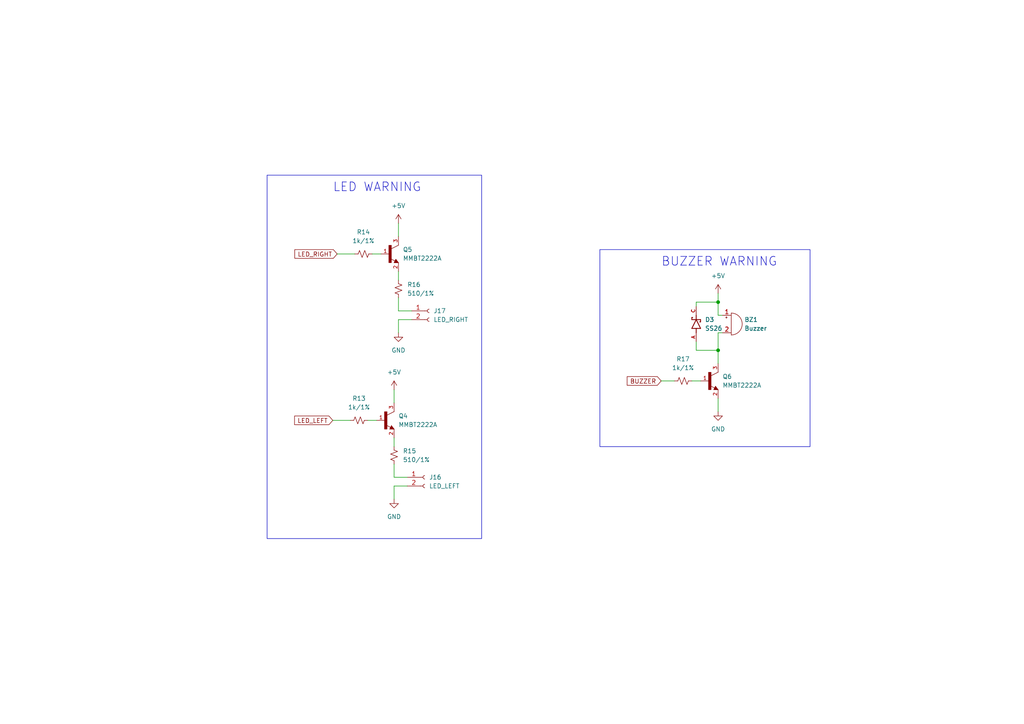
<source format=kicad_sch>
(kicad_sch (version 20230121) (generator eeschema)
  (paper "A4")
  (title_block (title "LED-BUZZER") (date "2024-01-30"))
  (lib_symbols
    (symbol "Connector:Conn_01x02_Socket" (pin_names (offset 1.016) hide)
      (property "Reference" "J" (at 0 2.54 0))
      (property "Value" "Conn_01x02_Socket" (at 0 -5.08 0))
      (symbol "Conn_01x02_Socket_1_1"
        (arc (start 0 -2.032) (mid -0.5058 -2.54) (end 0 -3.048) (stroke (width 0.1524)))
        (polyline (pts (xy -1.27 -2.54) (xy -0.508 -2.54)) (stroke (width 0.1524)))
        (polyline (pts (xy -1.27 0) (xy -0.508 0)) (stroke (width 0.1524)))
        (arc (start 0 0.508) (mid -0.5058 0) (end 0 -0.508) (stroke (width 0.1524)))
        (pin passive line (at -5.08 0 0) (length 3.81) (name "Pin_1") (number "1"))
        (pin passive line (at -5.08 -2.54 0) (length 3.81) (name "Pin_2") (number "2"))
      )
    )
    (symbol "Device:Buzzer" (pin_names (offset 0.0254) hide)
      (property "Reference" "BZ" (at 3.81 1.27 0))
      (property "Value" "Buzzer" (at 3.81 -1.27 0))
      (symbol "Buzzer_0_1"
        (arc (start 0 -3.175) (mid 3.1612 0) (end 0 3.175))
        (polyline (pts (xy -1.651 1.905) (xy -1.143 1.905)))
        (polyline (pts (xy -1.397 2.159) (xy -1.397 1.651)))
        (polyline (pts (xy 0 3.175) (xy 0 -3.175)))
      )
      (symbol "Buzzer_1_1"
        (pin passive line (at -2.54 2.54 0) (length 2.54) (name "-") (number "1"))
        (pin passive line (at -2.54 -2.54 0) (length 2.54) (name "+") (number "2"))
      )
    )
    (symbol "Device:R_Small_US" (pin_numbers hide) (pin_names (offset 0.254) hide)
      (property "Reference" "R" (at 0.762 0.508 0))
      (property "Value" "R_Small_US" (at 0.762 -1.016 0))
      (symbol "R_Small_US_1_1"
        (polyline (pts (xy 0 0) (xy 1.016 -0.381) (xy 0 -0.762) (xy -1.016 -1.143) (xy 0 -1.524)))
        (polyline (pts (xy 0 1.524) (xy 1.016 1.143) (xy 0 0.762) (xy -1.016 0.381) (xy 0 0)))
        (pin passive line (at 0 2.54 270) (length 1.016) (name "~") (number "1"))
        (pin passive line (at 0 -2.54 90) (length 1.016) (name "~") (number "2"))
      )
    )
    (symbol "MMBT2222A:MMBT2222A" (pin_names (offset 1.016))
      (property "Reference" "Q" (at -10.1729 7.6297 0))
      (property "Value" "MMBT2222A" (at -10.1683 5.0841 0))
      (symbol "MMBT2222A_0_0"
        (rectangle (start -0.2545 -2.5449) (end 0.508 2.54) (stroke (width 0.1)) (fill (type outline)))
        (polyline (pts (xy 1.27 -2.54) (xy 1.778 -1.524)) (stroke (width 0.1524)))
        (polyline (pts (xy 1.524 -2.413) (xy 2.286 -2.413)) (stroke (width 0.254)))
        (polyline (pts (xy 1.524 -2.286) (xy 1.905 -2.286)) (stroke (width 0.254)))
        (polyline (pts (xy 1.54 -2.04) (xy 0.308 -1.424)) (stroke (width 0.1524)))
        (polyline (pts (xy 1.778 -1.778) (xy 1.524 -2.286)) (stroke (width 0.254)))
        (polyline (pts (xy 1.778 -1.524) (xy 2.54 -2.54)) (stroke (width 0.1524)))
        (polyline (pts (xy 1.905 -2.286) (xy 1.778 -2.032)) (stroke (width 0.254)))
        (polyline (pts (xy 2.286 -2.413) (xy 1.778 -1.778)) (stroke (width 0.254)))
        (polyline (pts (xy 2.54 -2.54) (xy 1.27 -2.54)) (stroke (width 0.1524)))
        (polyline (pts (xy 2.54 2.54) (xy 0.508 1.524)) (stroke (width 0.1524)))
        (pin passive line (at -2.54 0 0) (length 2.54) (name "~") (number "1"))
        (pin passive line (at 2.54 -5.08 90) (length 2.54) (name "~") (number "2"))
        (pin passive line (at 2.54 5.08 270) (length 2.54) (name "~") (number "3"))
      )
    )
    (symbol "SS34:SS34" (pin_names (offset 1.016))
      (property "Reference" "D" (at -5.08 2.54 0))
      (property "Value" "SS34" (at -5.08 -3.81 0))
      (symbol "SS34_0_0"
        (polyline (pts (xy -2.54 0) (xy -1.27 0)) (stroke (width 0.254)))
        (polyline (pts (xy -1.27 -1.27) (xy 1.27 0)) (stroke (width 0.254)))
        (polyline (pts (xy -1.27 0) (xy -1.27 -1.27)) (stroke (width 0.254)))
        (polyline (pts (xy -1.27 1.27) (xy -1.27 0)) (stroke (width 0.254)))
        (polyline (pts (xy 0.635 -1.016) (xy 0.635 -1.27)) (stroke (width 0.254)))
        (polyline (pts (xy 1.27 -1.27) (xy 0.635 -1.27)) (stroke (width 0.254)))
        (polyline (pts (xy 1.27 0) (xy -1.27 1.27)) (stroke (width 0.254)))
        (polyline (pts (xy 1.27 0) (xy 1.27 -1.27)) (stroke (width 0.254)))
        (polyline (pts (xy 1.27 1.27) (xy 1.27 0)) (stroke (width 0.254)))
        (polyline (pts (xy 1.905 1.27) (xy 1.27 1.27)) (stroke (width 0.254)))
        (polyline (pts (xy 1.905 1.27) (xy 1.905 1.016)) (stroke (width 0.254)))
        (polyline (pts (xy 2.54 0) (xy 1.27 0)) (stroke (width 0.254)))
        (pin passive line (at -5.08 0 0) (length 2.54) (name "~") (number "A"))
        (pin passive line (at 5.08 0 180) (length 2.54) (name "~") (number "C"))
      )
    )
    (symbol "power:+5V" (power) (pin_names (offset 0))
      (property "Value" "+5V" (at 0 3.556 0))
      (symbol "+5V_0_1"
        (polyline (pts (xy -0.762 1.27) (xy 0 2.54)))
        (polyline (pts (xy 0 0) (xy 0 2.54)))
        (polyline (pts (xy 0 2.54) (xy 0.762 1.27)))
      )
      (symbol "+5V_1_1"
        (pin power_in line (at 0 0 90) (length 0) hide (name "+5V") (number "1"))
      )
    )
    (symbol "power:GND" (power) (pin_names (offset 0))
      (property "Value" "GND" (at 0 -3.81 0))
      (symbol "GND_0_1"
        (polyline (pts (xy 0 0) (xy 0 -1.27) (xy 1.27 -1.27) (xy 0 -2.54) (xy -1.27 -1.27) (xy 0 -1.27)))
      )
      (symbol "GND_1_1"
        (pin power_in line (at 0 0 270) (length 0) hide (name "GND") (number "1"))
      )
    )
  )
  (junction (at 208.28 101.6))
  (junction (at 208.28 87.63))
  (wire (pts (xy 115.57 64.77) (xy 115.57 68.58)))
  (wire (pts (xy 115.57 86.36) (xy 115.57 90.17)))
  (wire (pts (xy 96.52 121.92) (xy 101.6 121.92)))
  (wire (pts (xy 114.3 144.78) (xy 114.3 140.97)))
  (wire (pts (xy 208.28 115.57) (xy 208.28 119.38)))
  (wire (pts (xy 115.57 92.71) (xy 119.38 92.71)))
  (wire (pts (xy 209.55 96.52) (xy 208.28 96.52)))
  (wire (pts (xy 114.3 127) (xy 114.3 129.54)))
  (wire (pts (xy 200.66 110.49) (xy 203.2 110.49)))
  (wire (pts (xy 201.93 101.6) (xy 208.28 101.6)))
  (wire (pts (xy 107.95 73.66) (xy 110.49 73.66)))
  (wire (pts (xy 115.57 96.52) (xy 115.57 92.71)))
  (wire (pts (xy 114.3 138.43) (xy 118.11 138.43)))
  (wire (pts (xy 208.28 96.52) (xy 208.28 101.6)))
  (wire (pts (xy 114.3 134.62) (xy 114.3 138.43)))
  (wire (pts (xy 114.3 113.03) (xy 114.3 116.84)))
  (wire (pts (xy 114.3 140.97) (xy 118.11 140.97)))
  (wire (pts (xy 191.77 110.49) (xy 195.58 110.49)))
  (wire (pts (xy 201.93 99.06) (xy 201.93 101.6)))
  (wire (pts (xy 115.57 78.74) (xy 115.57 81.28)))
  (wire (pts (xy 115.57 90.17) (xy 119.38 90.17)))
  (wire (pts (xy 208.28 85.09) (xy 208.28 87.63)))
  (wire (pts (xy 208.28 87.63) (xy 208.28 91.44)))
  (wire (pts (xy 201.93 87.63) (xy 208.28 87.63)))
  (wire (pts (xy 97.79 73.66) (xy 102.87 73.66)))
  (wire (pts (xy 208.28 91.44) (xy 209.55 91.44)))
  (wire (pts (xy 106.68 121.92) (xy 109.22 121.92)))
  (wire (pts (xy 208.28 101.6) (xy 208.28 105.41)))
  (wire (pts (xy 201.93 88.9) (xy 201.93 87.63)))
  (rectangle (start 173.99 72.39) (end 234.95 129.54))
  (rectangle (start 77.47 50.8) (end 139.7 156.21))
  (text "LED WARNING" (at 96.52 55.88 0) (effects (font (size 2.54 2.54)) (justify left bottom)))
  (text "BUZZER WARNING" (at 191.77 77.47 0) (effects (font (size 2.54 2.54)) (justify left bottom)))
  (global_label "BUZZER" (shape input) (at 191.77 110.49 180) (property "Intersheetrefs" "${INTERSHEET_REFS}" (effects hide)))
  (global_label "LED_LEFT" (shape input) (at 96.52 121.92 180) (property "Intersheetrefs" "${INTERSHEET_REFS}" (effects hide)))
  (global_label "LED_RIGHT" (shape input) (at 97.79 73.66 180) (property "Intersheetrefs" "${INTERSHEET_REFS}" (effects hide)))
  (symbol (lib_id "Device:Buzzer") (at 212.09 93.98 0) (unit 1)
    (property "Reference" "BZ1" (at 215.9 92.71 0) (effects (justify left)))
    (property "Value" "Buzzer" (at 215.9 95.25 0) (effects (justify left)))
    (property "Footprint" "Buzzer_Beeper:Buzzer_12x9.5RM7.6" (effects hide))
  )
  (symbol (lib_id "power:+5V") (at 115.57 64.77 0) (unit 1)
    (property "Reference" "#PWR057" (effects hide))
    (property "Value" "+5V" (at 115.57 59.69 0))
    (instances (project "BFMC" (path "" (reference "#PWR057") (unit 1))) (project "Brightness_Meter" (path "" (reference "#PWR064") (unit 1))))
  )
  (symbol (lib_id "Device:R_Small_US") (at 115.57 83.82 180) (unit 1)
    (property "Reference" "R16" (at 118.11 82.55 0) (effects (justify right)))
    (property "Value" "510/1%" (at 118.11 85.09 0) (effects (justify right)))
    (property "Footprint" "Resistor_SMD:R_0603_1608Metric_Pad0.98x0.95mm_HandSolder" (effects hide))
    (property "URL" "https://www.thegioiic.com/dien-tro-510-ohm-0603-1-" (effects hide))
    (instances (project "BFMC" (path "" (reference "R16") (unit 1))) (project "Brightness_Meter" (path "" (reference "R18") (unit 1)) (path "" (reference "R37") (unit 1))))
  )
  (symbol (lib_id "power:+5V") (at 114.3 113.03 0) (unit 1)
    (property "Reference" "#PWR055" (effects hide))
    (property "Value" "+5V" (at 114.3 107.95 0))
    (instances (project "BFMC" (path "" (reference "#PWR055") (unit 1))) (project "Brightness_Meter" (path "" (reference "#PWR064") (unit 1))))
  )
  (symbol (lib_id "Device:R_Small_US") (at 198.12 110.49 90) (unit 1)
    (property "Reference" "R17" (at 198.12 104.14 90))
    (property "Value" "1k/1%" (at 198.12 106.68 90))
    (property "Footprint" "Resistor_SMD:R_0603_1608Metric_Pad0.98x0.95mm_HandSolder" (effects hide))
    (property "URL" "https://www.thegioiic.com/dien-tro-1-kohm-0603-1-" (effects hide))
    (instances (project "BFMC" (path "" (reference "R17") (unit 1))) (project "Brightness_Meter" (path "" (reference "R18") (unit 1)) (path "" (reference "R37") (unit 1))))
  )
  (symbol (lib_id "power:GND") (at 115.57 96.52 0) (unit 1)
    (property "Reference" "#PWR058" (effects hide))
    (property "Value" "GND" (at 115.57 101.6 0))
    (instances (project "BFMC" (path "" (reference "#PWR058") (unit 1))) (project "Brightness_Meter" (path "" (reference "#PWR065") (unit 1))))
  )
  (symbol (lib_id "Device:R_Small_US") (at 105.41 73.66 90) (unit 1)
    (property "Reference" "R14" (at 105.41 67.31 90))
    (property "Value" "1k/1%" (at 105.41 69.85 90))
    (property "Footprint" "Resistor_SMD:R_0603_1608Metric_Pad0.98x0.95mm_HandSolder" (effects hide))
    (property "URL" "https://www.thegioiic.com/dien-tro-1-kohm-0603-1-" (effects hide))
    (instances (project "BFMC" (path "" (reference "R14") (unit 1))) (project "Brightness_Meter" (path "" (reference "R18") (unit 1)) (path "" (reference "R37") (unit 1))))
  )
  (symbol (lib_id "power:+5V") (at 208.28 85.09 0) (unit 1)
    (property "Reference" "#PWR059" (effects hide))
    (property "Value" "+5V" (at 208.28 80.01 0))
    (instances (project "BFMC" (path "" (reference "#PWR059") (unit 1))) (project "Brightness_Meter" (path "" (reference "#PWR064") (unit 1))))
  )
  (symbol (lib_id "Connector:Conn_01x02_Socket") (at 124.46 90.17 0) (unit 1)
    (property "Reference" "J17" (at 125.73 90.17 0) (effects (justify left)))
    (property "Value" "LED_RIGHT" (at 125.73 92.71 0) (effects (justify left)))
    (property "Footprint" "Connector_XH_2:au_XH_2.54mm_2_Chan_Dan_SMD_Nam_Ngang" (effects hide))
    (property "URL" "https://www.thegioiic.com/dau-xh-2-54mm-2-chan-dan-smd-nam-ngang" (effects hide))
  )
  (symbol (lib_id "MMBT2222A:MMBT2222A") (at 113.03 73.66 0) (unit 1)
    (property "Reference" "Q5" (at 116.84 72.39 0) (effects (justify left)))
    (property "Value" "MMBT2222A" (at 116.84 74.93 0) (effects (justify left)))
    (property "Footprint" "MMBT2222A:SOT23" (effects hide))
    (property "Datasheet" "https://www.thegioiic.com/mmbt2222a-transistor-npn-40v-0-6a-3-chan-sot-23" (effects hide))
    (instances (project "BFMC" (path "" (reference "Q5") (unit 1))) (project "Brightness_Meter" (path "" (reference "Q1") (unit 1))))
  )
  (symbol (lib_id "MMBT2222A:MMBT2222A") (at 205.74 110.49 0) (unit 1)
    (property "Reference" "Q6" (at 209.55 109.22 0) (effects (justify left)))
    (property "Value" "MMBT2222A" (at 209.55 111.76 0) (effects (justify left)))
    (property "Footprint" "MMBT2222A:SOT23" (effects hide))
    (property "Datasheet" "https://www.thegioiic.com/mmbt2222a-transistor-npn-40v-0-6a-3-chan-sot-23" (effects hide))
    (instances (project "BFMC" (path "" (reference "Q6") (unit 1))) (project "Brightness_Meter" (path "" (reference "Q1") (unit 1))))
  )
  (symbol (lib_id "SS34:SS34") (at 201.93 93.98 90) (unit 1)
    (property "Reference" "D3" (at 204.47 92.71 90) (effects (justify right)))
    (property "Value" "SS26" (at 204.47 95.25 90) (effects (justify right)))
    (property "Footprint" "SS34:DIOM4325X250N" (effects hide))
    (property "URL" "https://www.thegioiic.com/ss34-sma-diode-schottky-3a" (effects hide))
    (instances (project "BFMC" (path "" (reference "D3") (unit 1))) (project "Brightness_Meter" (path "" (reference "D1") (unit 1)) (path "" (reference "D3") (unit 1))))
  )
  (symbol (lib_id "MMBT2222A:MMBT2222A") (at 111.76 121.92 0) (unit 1)
    (property "Reference" "Q4" (at 115.57 120.65 0) (effects (justify left)))
    (property "Value" "MMBT2222A" (at 115.57 123.19 0) (effects (justify left)))
    (property "Footprint" "MMBT2222A:SOT23" (effects hide))
    (property "Datasheet" "https://www.thegioiic.com/mmbt2222a-transistor-npn-40v-0-6a-3-chan-sot-23" (effects hide))
    (instances (project "BFMC" (path "" (reference "Q4") (unit 1))) (project "Brightness_Meter" (path "" (reference "Q1") (unit 1))))
  )
  (symbol (lib_id "power:GND") (at 208.28 119.38 0) (unit 1)
    (property "Reference" "#PWR060" (effects hide))
    (property "Value" "GND" (at 208.28 124.46 0))
    (instances (project "BFMC" (path "" (reference "#PWR060") (unit 1))) (project "Brightness_Meter" (path "" (reference "#PWR065") (unit 1))))
  )
  (symbol (lib_id "Device:R_Small_US") (at 104.14 121.92 90) (unit 1)
    (property "Reference" "R13" (at 104.14 115.57 90))
    (property "Value" "1k/1%" (at 104.14 118.11 90))
    (property "Footprint" "Resistor_SMD:R_0603_1608Metric_Pad0.98x0.95mm_HandSolder" (effects hide))
    (property "URL" "https://www.thegioiic.com/dien-tro-1-kohm-0603-1-" (effects hide))
    (instances (project "BFMC" (path "" (reference "R13") (unit 1))) (project "Brightness_Meter" (path "" (reference "R18") (unit 1)) (path "" (reference "R37") (unit 1))))
  )
  (symbol (lib_id "Device:R_Small_US") (at 114.3 132.08 180) (unit 1)
    (property "Reference" "R15" (at 116.84 130.81 0) (effects (justify right)))
    (property "Value" "510/1%" (at 116.84 133.35 0) (effects (justify right)))
    (property "Footprint" "Resistor_SMD:R_0603_1608Metric_Pad0.98x0.95mm_HandSolder" (effects hide))
    (property "URL" "https://www.thegioiic.com/dien-tro-510-ohm-0603-1-" (effects hide))
    (instances (project "BFMC" (path "" (reference "R15") (unit 1))) (project "Brightness_Meter" (path "" (reference "R18") (unit 1)) (path "" (reference "R37") (unit 1))))
  )
  (symbol (lib_id "Connector:Conn_01x02_Socket") (at 123.19 138.43 0) (unit 1)
    (property "Reference" "J16" (at 124.46 138.43 0) (effects (justify left)))
    (property "Value" "LED_LEFT" (at 124.46 140.97 0) (effects (justify left)))
    (property "Footprint" "Connector_XH_2:au_XH_2.54mm_2_Chan_Dan_SMD_Nam_Ngang" (effects hide))
    (property "URL" "https://www.thegioiic.com/dau-xh-2-54mm-2-chan-dan-smd-nam-ngang" (effects hide))
  )
  (symbol (lib_id "power:GND") (at 114.3 144.78 0) (unit 1)
    (property "Reference" "#PWR056" (effects hide))
    (property "Value" "GND" (at 114.3 149.86 0))
    (instances (project "BFMC" (path "" (reference "#PWR056") (unit 1))) (project "Brightness_Meter" (path "" (reference "#PWR065") (unit 1))))
  )
)
</source>
